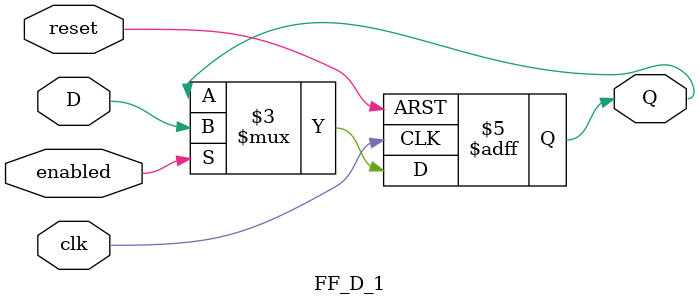
<source format=v>
module FF_D_1(input clk, reset, enabled, D, output reg Q);

    always @ (posedge clk, posedge reset)
        if (reset)
            Q = 1'b0;
        else if (enabled)
            Q = D;
endmodule

</source>
